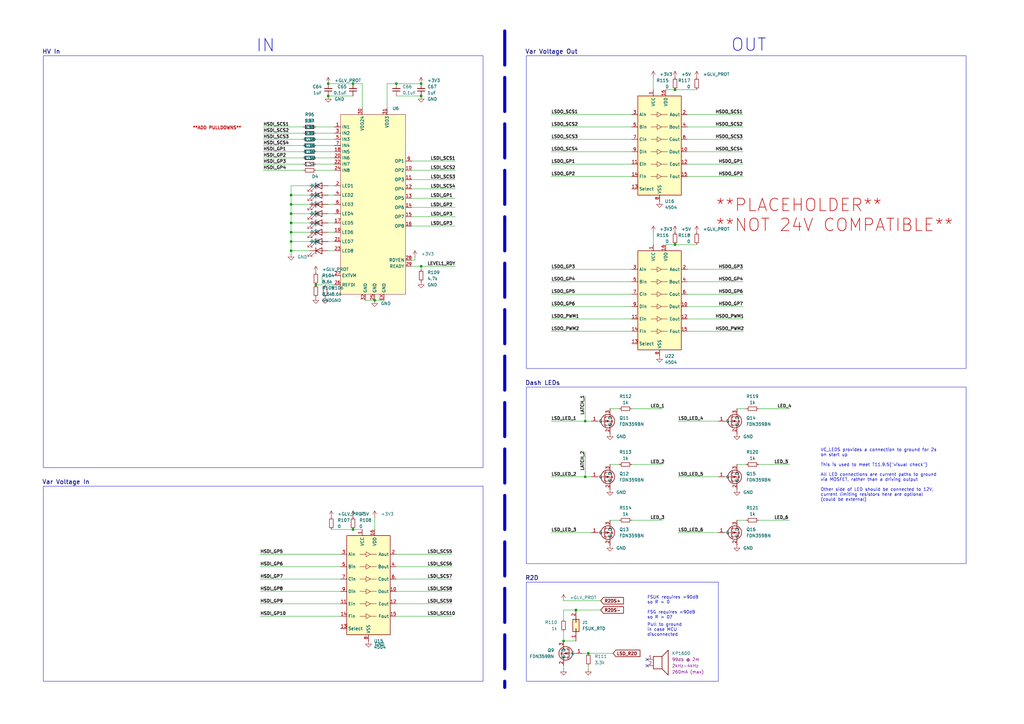
<source format=kicad_sch>
(kicad_sch (version 20250114) (generator "eeschema") (generator_version "9.0")
  (paper "A3")
  (lib_symbols
    (symbol "4xxx:4504"
      (property "Reference" "U" (at -7.62 21.59 0))
      (property "Value" "4504" (at 6.35 21.59 0))
      (symbol "4504_1_1"
        (pin input line (at -11.43 12.7 0) (length 2.54) (name "Ain") (number "3"))
        (pin input line (at -11.43 7.62 0) (length 2.54) (name "Bin") (number "5"))
        (pin input line (at -11.43 2.54 0) (length 2.54) (name "Cin") (number "7"))
        (pin input line (at -11.43 -2.54 0) (length 2.54) (name "Din") (number "9"))
        (pin input line (at -11.43 -7.62 0) (length 2.54) (name "Ein") (number "11"))
        (pin input line (at -11.43 -12.7 0) (length 2.54) (name "Fin") (number "14"))
        (pin input line (at -11.43 -17.78 0) (length 2.54) (name "Select") (number "13"))
        (pin power_in line (at -2.54 22.86 270) (length 2.54) (name "VCC") (number "1"))
        (pin power_in line (at 0 -22.86 90) (length 2.54) (name "VSS") (number "8"))
        (pin power_in line (at 2.54 22.86 270) (length 2.54) (name "VDD") (number "16"))
        (pin output line (at 11.43 12.7 180) (length 2.54) (name "Aout") (number "2"))
        (pin output line (at 11.43 7.62 180) (length 2.54) (name "Bout") (number "4"))
        (pin output line (at 11.43 2.54 180) (length 2.54) (name "Cout") (number "6"))
        (pin output line (at 11.43 -2.54 180) (length 2.54) (name "Dout") (number "10"))
        (pin output line (at 11.43 -7.62 180) (length 2.54) (name "Eout") (number "12"))
        (pin output line (at 11.43 -12.7 180) (length 2.54) (name "Fout") (number "15"))
      )
    )
    (symbol "Connector_Generic:Conn_02x01" (pin_names (offset 1.016) (hide yes))
      (property "Reference" "J" (at 1.27 2.54 0))
      (property "Value" "Conn_02x01" (at 1.27 -2.54 0))
      (symbol "Conn_02x01_1_1"
        (pin passive line (at -5.08 0 0) (length 3.81) (name "Pin_1") (number "1"))
        (pin passive line (at 7.62 0 180) (length 3.81) (name "Pin_2") (number "2"))
      )
    )
    (symbol "Device:C_Small" (pin_numbers (hide yes)) (pin_names (offset 0.254) (hide yes))
      (property "Reference" "C" (at 0.254 1.778 0))
      (property "Value" "C_Small" (at 0.254 -2.032 0))
      (symbol "C_Small_1_1"
        (pin passive line (at 0 2.54 270) (length 2.032) (name "~") (number "1"))
        (pin passive line (at 0 -2.54 90) (length 2.032) (name "~") (number "2"))
      )
    )
    (symbol "Device:LED" (pin_numbers (hide yes)) (pin_names (offset 1.016) (hide yes))
      (property "Reference" "D" (at 0 2.54 0))
      (property "Value" "LED" (at 0 -2.54 0))
      (symbol "LED_1_1"
        (pin passive line (at -3.81 0 0) (length 2.54) (name "K") (number "1"))
        (pin passive line (at 3.81 0 180) (length 2.54) (name "A") (number "2"))
      )
    )
    (symbol "Device:R_Small" (pin_numbers (hide yes)) (pin_names (offset 0.254) (hide yes))
      (property "Reference" "R" (at 0.762 0.508 0))
      (property "Value" "R_Small" (at 0.762 -1.016 0))
      (symbol "R_Small_1_1"
        (pin passive line (at 0 2.54 270) (length 0.762) (name "~") (number "1"))
        (pin passive line (at 0 -2.54 90) (length 0.762) (name "~") (number "2"))
      )
    )
    (symbol "Device:Speaker" (pin_names (offset 0) (hide yes))
      (property "Reference" "LS" (at 1.27 5.715 0))
      (property "Value" "Speaker" (at 1.27 3.81 0))
      (symbol "Speaker_1_1"
        (pin input line (at -5.08 0 0) (length 2.54) (name "1") (number "1"))
        (pin input line (at -5.08 -2.54 0) (length 2.54) (name "2") (number "2"))
      )
    )
    (symbol "SUFST:FDN359BN"
      (property "Reference" "Q" (at 0 0 0))
      (property "Value" "FDN359BN" (at 6.35 3.81 0))
      (symbol "FDN359BN_1_1"
        (pin input line (at -7.62 0 0) (length 2.54) (name "G") (number "1"))
        (pin passive line (at 0 5.08 270) (length 2.54) (name "D") (number "3"))
        (pin passive line (at 0 -5.08 90) (length 2.54) (name "S") (number "2"))
      )
    )
    (symbol "SUFST:MAX22195"
      (property "Reference" "U" (at -1.524 0.508 0))
      (symbol "MAX22195_1_1"
        (pin input line (at -2.54 -5.08 0) (length 2.54) (name "IN1") (number "1"))
        (pin input line (at -2.54 -7.62 0) (length 2.54) (name "IN2") (number "3"))
        (pin input line (at -2.54 -10.16 0) (length 2.54) (name "IN3") (number "5"))
        (pin input line (at -2.54 -12.7 0) (length 2.54) (name "IN4") (number "7"))
        (pin input line (at -2.54 -15.24 0) (length 2.54) (name "IN5") (number "18"))
        (pin input line (at -2.54 -17.78 0) (length 2.54) (name "IN6") (number "20"))
        (pin input line (at -2.54 -20.32 0) (length 2.54) (name "IN7") (number "22"))
        (pin input line (at -2.54 -22.86 0) (length 2.54) (name "IN8") (number "24"))
        (pin output line (at -2.54 -29.21 0) (length 2.54) (name "LED1") (number "2"))
        (pin output line (at -2.54 -33.02 0) (length 2.54) (name "LED2") (number "4"))
        (pin output line (at -2.54 -36.83 0) (length 2.54) (name "LED3") (number "6"))
        (pin output line (at -2.54 -40.64 0) (length 2.54) (name "LED4") (number "8"))
        (pin output line (at -2.54 -44.45 0) (length 2.54) (name "LED5") (number "17"))
        (pin output line (at -2.54 -48.26 0) (length 2.54) (name "LED6") (number "19"))
        (pin output line (at -2.54 -52.07 0) (length 2.54) (name "LED7") (number "21"))
        (pin output line (at -2.54 -55.88 0) (length 2.54) (name "LED8") (number "23"))
        (pin input line (at -2.54 -66.04 0) (length 2.54) (name "EXTVM") (number "27"))
        (pin input line (at -2.54 -69.85 0) (length 2.54) (name "REFDI") (number "26"))
        (pin output line (at 8.89 2.54 270) (length 2.54) (name "VDD24") (number "30"))
        (pin output line (at 10.16 -76.2 90) (length 2.54) (name "GND") (number "32"))
        (pin output line (at 13.97 -76.2 90) (length 2.54) (name "GND") (number "25"))
        (pin output line (at 17.78 -76.2 90) (length 2.54) (name "GND") (number "EX"))
        (pin output line (at 19.05 2.54 270) (length 2.54) (name "VDD3") (number "31"))
        (pin output line (at 29.21 -19.05 180) (length 2.54) (name "OP1") (number "9"))
        (pin output line (at 29.21 -22.86 180) (length 2.54) (name "OP2") (number "10"))
        (pin output line (at 29.21 -26.67 180) (length 2.54) (name "OP3") (number "11"))
        (pin output line (at 29.21 -30.48 180) (length 2.54) (name "OP4") (number "12"))
        (pin output line (at 29.21 -34.29 180) (length 2.54) (name "OP5") (number "13"))
        (pin output line (at 29.21 -38.1 180) (length 2.54) (name "OP6") (number "14"))
        (pin output line (at 29.21 -41.91 180) (length 2.54) (name "OP7") (number "15"))
        (pin output line (at 29.21 -45.72 180) (length 2.54) (name "OP8") (number "16"))
        (pin input line (at 29.21 -59.69 180) (length 2.54) (name "RDYEN") (number "28"))
        (pin output line (at 29.21 -62.23 180) (length 2.54) (name "READY") (number "29"))
      )
    )
    (symbol "power:+12V" (power) (pin_names (offset 0))
      (property "Value" "+12V" (at 0 3.556 0))
      (symbol "+12V_1_1"
        (pin power_in line (at 0 0 90) (length 0) (hide yes) (name "+12V") (number "1"))
      )
    )
    (symbol "power:+3V3" (power) (pin_numbers (hide yes)) (pin_names (offset 0) (hide yes))
      (property "Value" "+3V3" (at 0 3.556 0))
      (symbol "+3V3_1_1"
        (pin power_in line (at 0 0 90) (length 0) (name "~") (number "1"))
      )
    )
    (symbol "power:GND" (power) (pin_numbers (hide yes)) (pin_names (offset 0) (hide yes))
      (property "Value" "GND" (at 0 -3.81 0))
      (symbol "GND_1_1"
        (pin power_in line (at 0 0 270) (length 0) (name "~") (number "1"))
      )
    )
  )
  (rectangle (start 215.9 238.76) (end 294.64 279.4))
  (rectangle (start 215.9 22.86) (end 396.24 151.13))
  (rectangle (start 17.78 199.39) (end 198.12 279.4))
  (rectangle (start 17.78 22.86) (end 198.12 191.77))
  (rectangle (start 215.9 158.75) (end 396.24 231.14))
  (text "**ADD PULLDOWNS**\n" (at 78.994 52.578 0) (effects (font (size 1.27 1.27) (thickness 0.254) (bold yes)) (justify left)))
  (text "OUT" (at 299.72 18.542 0) (effects (font (size 5.08 5.08) (thickness 0.254) (bold yes)) (justify left)))
  (text "IN" (at 104.902 18.796 0) (effects (font (size 5.08 5.08) (thickness 0.254) (bold yes)) (justify left)))
  (text "HV In" (at 17.272 21.336 0) (effects (font (size 1.778 1.778) (thickness 0.254) (bold yes)) (justify left)))
  (text "Pull to ground\nin case MCU\ndisconnected" (at 265.43 261.112 0) (effects (font (size 1.27 1.27)) (justify left bottom)))
  (text "Var Voltage In" (at 17.272 197.866 0) (effects (font (size 1.778 1.778) (thickness 0.254) (bold yes)) (justify left)))
  (text "All LED connections are current paths to ground \nvia MOSFET, rather than a driving output\n\nOther side of LED should be connected to 12V, \ncurrent limiting resistors here are optional \n(could be external)\n" (at 336.55 205.74 0) (effects (font (size 1.27 1.27)) (justify left bottom)))
  (text "R2D\n" (at 215.392 237.236 0) (effects (font (size 1.778 1.778) (thickness 0.254) (bold yes)) (justify left)))
  (text "**PLACEHOLDER**\n**NOT 24V COMPATIBLE**" (at 293.37 88.392 0) (effects (font (size 5.08 5.08) (thickness 0.254) (bold yes)) (justify left)))
  (text "FSUK requires >90dB \nso R = 0\n\nFSG requires <90dB \nso R > 0?" (at 265.43 254 0) (effects (font (size 1.27 1.27)) (justify left bottom)))
  (text "VC_LEDS provides a connection to ground for 2s \non start up\n\nThis is used to meet T11.9.5(\"visual check\")" (at 336.55 191.516 0) (effects (font (size 1.27 1.27)) (justify left bottom)))
  (text "Var Voltage Out" (at 215.392 21.336 0) (effects (font (size 1.778 1.778) (thickness 0.254) (bold yes)) (justify left)))
  (text "Dash LEDs" (at 215.392 157.226 0) (effects (font (size 1.778 1.778) (thickness 0.254) (bold yes)) (justify left)))
  (junction (at 241.3 267.97))
  (junction (at 129.54 116.84))
  (junction (at 172.72 109.22))
  (junction (at 134.62 34.29))
  (junction (at 240.03 195.58))
  (junction (at 119.38 102.87))
  (junction (at 276.86 100.33))
  (junction (at 119.38 95.25))
  (junction (at 119.38 87.63))
  (junction (at 240.03 172.72))
  (junction (at 162.56 34.29))
  (junction (at 119.38 91.44))
  (junction (at 231.14 262.89))
  (junction (at 119.38 83.82))
  (junction (at 276.86 36.83))
  (junction (at 134.62 39.37))
  (junction (at 144.78 34.29))
  (junction (at 153.67 123.19))
  (junction (at 144.78 217.17))
  (junction (at 236.22 250.19))
  (junction (at 172.72 39.37))
  (junction (at 172.72 34.29))
  (junction (at 119.38 80.01))
  (junction (at 119.38 99.06))
  (no_connect (at 265.43 273.05))
  (no_connect (at 265.43 270.51))
  (wire (pts (xy 162.56 252.73) (xy 185.42 252.73)))
  (wire (pts (xy 323.85 167.64) (xy 311.15 167.64)))
  (wire (pts (xy 135.89 217.17) (xy 144.78 217.17)))
  (wire (pts (xy 170.18 106.68) (xy 170.18 105.41)))
  (wire (pts (xy 119.38 83.82) (xy 119.38 87.63)))
  (wire (pts (xy 281.94 52.07) (xy 304.8 52.07)))
  (wire (pts (xy 241.3 267.97) (xy 251.46 267.97)))
  (wire (pts (xy 107.95 59.69) (xy 124.46 59.69)))
  (wire (pts (xy 240.03 185.42) (xy 240.03 195.58)))
  (wire (pts (xy 148.59 44.45) (xy 148.59 34.29)))
  (wire (pts (xy 119.38 95.25) (xy 127 95.25)))
  (wire (pts (xy 231.14 250.19) (xy 236.22 250.19)))
  (wire (pts (xy 162.56 34.29) (xy 172.72 34.29)))
  (wire (pts (xy 281.94 67.31) (xy 304.8 67.31)))
  (wire (pts (xy 281.94 130.81) (xy 304.8 130.81)))
  (wire (pts (xy 226.06 120.65) (xy 259.08 120.65)))
  (wire (pts (xy 107.95 69.85) (xy 124.46 69.85)))
  (wire (pts (xy 323.85 190.5) (xy 311.15 190.5)))
  (wire (pts (xy 134.62 95.25) (xy 137.16 95.25)))
  (wire (pts (xy 106.68 227.33) (xy 139.7 227.33)))
  (wire (pts (xy 231.14 250.19) (xy 231.14 254)))
  (wire (pts (xy 158.75 34.29) (xy 162.56 34.29)))
  (wire (pts (xy 129.54 64.77) (xy 137.16 64.77)))
  (wire (pts (xy 162.56 237.49) (xy 185.42 237.49)))
  (wire (pts (xy 162.56 247.65) (xy 185.42 247.65)))
  (wire (pts (xy 107.95 67.31) (xy 124.46 67.31)))
  (wire (pts (xy 168.91 77.47) (xy 186.69 77.47)))
  (wire (pts (xy 149.86 123.19) (xy 153.67 123.19)))
  (wire (pts (xy 119.38 99.06) (xy 127 99.06)))
  (wire (pts (xy 281.94 125.73) (xy 304.8 125.73)))
  (wire (pts (xy 168.91 109.22) (xy 172.72 109.22)))
  (wire (pts (xy 168.91 85.09) (xy 186.69 85.09)))
  (wire (pts (xy 294.64 218.44) (xy 278.13 218.44)))
  (wire (pts (xy 107.95 52.07) (xy 124.46 52.07)))
  (wire (pts (xy 119.38 87.63) (xy 127 87.63)))
  (wire (pts (xy 226.06 62.23) (xy 259.08 62.23)))
  (wire (pts (xy 119.38 91.44) (xy 119.38 95.25)))
  (wire (pts (xy 106.68 247.65) (xy 139.7 247.65)))
  (wire (pts (xy 241.3 267.97) (xy 238.76 267.97)))
  (wire (pts (xy 231.14 262.89) (xy 236.22 262.89)))
  (wire (pts (xy 259.08 167.64) (xy 271.78 167.64)))
  (wire (pts (xy 129.54 116.84) (xy 132.08 116.84)))
  (wire (pts (xy 226.06 67.31) (xy 259.08 67.31)))
  (wire (pts (xy 107.95 57.15) (xy 124.46 57.15)))
  (wire (pts (xy 106.68 252.73) (xy 139.7 252.73)))
  (wire (pts (xy 162.56 227.33) (xy 185.42 227.33)))
  (wire (pts (xy 281.94 72.39) (xy 304.8 72.39)))
  (wire (pts (xy 132.08 116.84) (xy 132.08 113.03)))
  (wire (pts (xy 153.67 212.09) (xy 153.67 217.17)))
  (wire (pts (xy 134.62 83.82) (xy 137.16 83.82)))
  (wire (pts (xy 132.08 113.03) (xy 137.16 113.03)))
  (polyline (pts (xy 207.01 12.7) (xy 207.01 281.94)) (stroke (width 1.27) (type dash) (color 0 0 194 1)))
  (wire (pts (xy 134.62 87.63) (xy 137.16 87.63)))
  (wire (pts (xy 119.38 95.25) (xy 119.38 99.06)))
  (wire (pts (xy 306.07 190.5) (xy 302.26 190.5)))
  (wire (pts (xy 134.62 76.2) (xy 137.16 76.2)))
  (wire (pts (xy 134.62 99.06) (xy 137.16 99.06)))
  (wire (pts (xy 241.3 273.05) (xy 241.3 274.32)))
  (wire (pts (xy 281.94 57.15) (xy 304.8 57.15)))
  (wire (pts (xy 273.05 36.83) (xy 276.86 36.83)))
  (wire (pts (xy 246.38 246.38) (xy 231.14 246.38)))
  (wire (pts (xy 271.78 190.5) (xy 259.08 190.5)))
  (wire (pts (xy 144.78 34.29) (xy 134.62 34.29)))
  (wire (pts (xy 267.97 95.25) (xy 267.97 100.33)))
  (wire (pts (xy 172.72 109.22) (xy 186.69 109.22)))
  (wire (pts (xy 294.64 172.72) (xy 278.13 172.72)))
  (wire (pts (xy 168.91 73.66) (xy 186.69 73.66)))
  (wire (pts (xy 226.06 46.99) (xy 259.08 46.99)))
  (wire (pts (xy 323.85 213.36) (xy 311.15 213.36)))
  (wire (pts (xy 133.35 116.84) (xy 137.16 116.84)))
  (wire (pts (xy 119.38 102.87) (xy 127 102.87)))
  (wire (pts (xy 148.59 34.29) (xy 144.78 34.29)))
  (wire (pts (xy 226.06 72.39) (xy 259.08 72.39)))
  (wire (pts (xy 226.06 195.58) (xy 240.03 195.58)))
  (wire (pts (xy 281.94 120.65) (xy 304.8 120.65)))
  (wire (pts (xy 271.78 213.36) (xy 259.08 213.36)))
  (wire (pts (xy 281.94 110.49) (xy 304.8 110.49)))
  (wire (pts (xy 144.78 39.37) (xy 134.62 39.37)))
  (wire (pts (xy 162.56 232.41) (xy 185.42 232.41)))
  (wire (pts (xy 281.94 135.89) (xy 304.8 135.89)))
  (wire (pts (xy 127 76.2) (xy 119.38 76.2)))
  (wire (pts (xy 153.67 123.19) (xy 157.48 123.19)))
  (wire (pts (xy 162.56 242.57) (xy 185.42 242.57)))
  (wire (pts (xy 119.38 83.82) (xy 127 83.82)))
  (wire (pts (xy 267.97 31.75) (xy 267.97 36.83)))
  (wire (pts (xy 106.68 242.57) (xy 139.7 242.57)))
  (wire (pts (xy 107.95 64.77) (xy 124.46 64.77)))
  (wire (pts (xy 281.94 115.57) (xy 304.8 115.57)))
  (wire (pts (xy 134.62 91.44) (xy 137.16 91.44)))
  (wire (pts (xy 226.06 115.57) (xy 259.08 115.57)))
  (wire (pts (xy 158.75 44.45) (xy 158.75 34.29)))
  (wire (pts (xy 129.54 52.07) (xy 137.16 52.07)))
  (wire (pts (xy 107.95 62.23) (xy 124.46 62.23)))
  (wire (pts (xy 273.05 100.33) (xy 276.86 100.33)))
  (wire (pts (xy 119.38 76.2) (xy 119.38 80.01)))
  (wire (pts (xy 226.06 52.07) (xy 259.08 52.07)))
  (wire (pts (xy 254 190.5) (xy 250.19 190.5)))
  (wire (pts (xy 129.54 57.15) (xy 137.16 57.15)))
  (wire (pts (xy 168.91 106.68) (xy 170.18 106.68)))
  (wire (pts (xy 231.14 259.08) (xy 231.14 262.89)))
  (wire (pts (xy 106.68 237.49) (xy 139.7 237.49)))
  (wire (pts (xy 119.38 87.63) (xy 119.38 91.44)))
  (wire (pts (xy 285.75 100.33) (xy 276.86 100.33)))
  (wire (pts (xy 306.07 213.36) (xy 302.26 213.36)))
  (wire (pts (xy 129.54 67.31) (xy 137.16 67.31)))
  (wire (pts (xy 129.54 62.23) (xy 137.16 62.23)))
  (wire (pts (xy 119.38 80.01) (xy 119.38 83.82)))
  (wire (pts (xy 119.38 102.87) (xy 119.38 104.14)))
  (wire (pts (xy 172.72 110.49) (xy 172.72 109.22)))
  (wire (pts (xy 226.06 130.81) (xy 259.08 130.81)))
  (wire (pts (xy 129.54 69.85) (xy 137.16 69.85)))
  (wire (pts (xy 107.95 54.61) (xy 124.46 54.61)))
  (wire (pts (xy 242.57 172.72) (xy 240.03 172.72)))
  (wire (pts (xy 168.91 69.85) (xy 186.69 69.85)))
  (wire (pts (xy 226.06 57.15) (xy 259.08 57.15)))
  (wire (pts (xy 231.14 273.05) (xy 231.14 274.32)))
  (wire (pts (xy 242.57 195.58) (xy 240.03 195.58)))
  (wire (pts (xy 144.78 217.17) (xy 148.59 217.17)))
  (wire (pts (xy 240.03 162.56) (xy 240.03 172.72)))
  (wire (pts (xy 226.06 110.49) (xy 259.08 110.49)))
  (wire (pts (xy 106.68 232.41) (xy 139.7 232.41)))
  (wire (pts (xy 254 213.36) (xy 250.19 213.36)))
  (wire (pts (xy 242.57 218.44) (xy 226.06 218.44)))
  (wire (pts (xy 129.54 54.61) (xy 137.16 54.61)))
  (wire (pts (xy 281.94 46.99) (xy 304.8 46.99)))
  (wire (pts (xy 119.38 80.01) (xy 127 80.01)))
  (wire (pts (xy 281.94 62.23) (xy 304.8 62.23)))
  (wire (pts (xy 134.62 80.01) (xy 137.16 80.01)))
  (wire (pts (xy 306.07 167.64) (xy 302.26 167.64)))
  (wire (pts (xy 226.06 172.72) (xy 240.03 172.72)))
  (wire (pts (xy 162.56 39.37) (xy 172.72 39.37)))
  (wire (pts (xy 168.91 81.28) (xy 186.69 81.28)))
  (wire (pts (xy 168.91 88.9) (xy 186.69 88.9)))
  (wire (pts (xy 285.75 36.83) (xy 276.86 36.83)))
  (wire (pts (xy 226.06 135.89) (xy 259.08 135.89)))
  (wire (pts (xy 226.06 125.73) (xy 259.08 125.73)))
  (wire (pts (xy 134.62 102.87) (xy 137.16 102.87)))
  (wire (pts (xy 119.38 99.06) (xy 119.38 102.87)))
  (wire (pts (xy 236.22 250.19) (xy 246.38 250.19)))
  (wire (pts (xy 168.91 66.04) (xy 186.69 66.04)))
  (wire (pts (xy 294.64 195.58) (xy 278.13 195.58)))
  (wire (pts (xy 119.38 91.44) (xy 127 91.44)))
  (wire (pts (xy 129.54 59.69) (xy 137.16 59.69)))
  (wire (pts (xy 254 167.64) (xy 250.19 167.64)))
  (wire (pts (xy 168.91 92.71) (xy 186.69 92.71)))
  (label "LSDI_SCS1" (at 176.53 66.04 0) (effects (font (thickness 0.254) (bold yes))))
  (label "LED_4" (at 318.77 167.64 0) (effects (font (thickness 0.254) (bold yes))))
  (label "LSDO_GP2" (at 226.06 72.39 0) (effects (font (thickness 0.254) (bold yes))))
  (label "LSDO_SCS3" (at 226.06 57.15 0) (effects (font (thickness 0.254) (bold yes))))
  (label "HSDI_GP4" (at 107.95 69.85 0) (effects (font (thickness 0.254) (bold yes))))
  (label "HSDI_GP2" (at 107.95 64.77 0) (effects (font (thickness 0.254) (bold yes))))
  (label "LSDI_SCS9" (at 175.26 247.65 0) (effects (font (thickness 0.254) (bold yes))))
  (label "LSDO_SCS2" (at 226.06 52.07 0) (effects (font (thickness 0.254) (bold yes))))
  (label "LSDO_GP5" (at 226.06 120.65 0) (effects (font (thickness 0.254) (bold yes))))
  (label "HSDO_GP1" (at 294.64 67.31 0) (effects (font (thickness 0.254) (bold yes))))
  (label "LSDO_SCS4" (at 226.06 62.23 0) (effects (font (thickness 0.254) (bold yes))))
  (label "LSDI_SCS10" (at 175.26 252.73 0) (effects (font (thickness 0.254) (bold yes))))
  (label "LSD_LED_2" (at 226.06 195.58 0) (effects (font (thickness 0.254) (bold yes))))
  (label "HSDO_PWM1" (at 293.37 130.81 0) (effects (font (thickness 0.254) (bold yes))))
  (label "HSDO_SCS2" (at 293.37 52.07 0) (effects (font (thickness 0.254) (bold yes))))
  (label "HSDO_SCS4" (at 293.37 62.23 0) (effects (font (thickness 0.254) (bold yes))))
  (label "LEVEL1_RDY" (at 175.26 109.22 0) (effects (font (thickness 0.254) (bold yes))))
  (label "LSD_LED_1" (at 226.06 172.72 0) (effects (font (thickness 0.254) (bold yes))))
  (label "HSDI_GP3" (at 107.95 67.31 0) (effects (font (thickness 0.254) (bold yes))))
  (label "LSDI_SCS4" (at 176.53 77.47 0) (effects (font (thickness 0.254) (bold yes))))
  (label "HSDI_GP5" (at 106.68 227.33 0) (effects (font (thickness 0.254) (bold yes))))
  (label "HSDI_GP6" (at 106.68 232.41 0) (effects (font (thickness 0.254) (bold yes))))
  (label "HSDI_SCS2" (at 107.95 54.61 0) (effects (font (thickness 0.254) (bold yes))))
  (label "HSDO_SCS1" (at 293.37 46.99 0) (effects (font (thickness 0.254) (bold yes))))
  (label "LSDI_GP3" (at 176.53 92.71 0) (effects (font (thickness 0.254) (bold yes))))
  (label "LSD_LED_4" (at 278.13 172.72 0) (effects (font (thickness 0.254) (bold yes))))
  (label "LSDI_SCS8" (at 175.26 242.57 0) (effects (font (thickness 0.254) (bold yes))))
  (label "LSD_LED_3" (at 226.06 218.44 0) (effects (font (thickness 0.254) (bold yes))))
  (label "LED_5" (at 317.5 190.5 0) (effects (font (thickness 0.254) (bold yes))))
  (label "HSDO_GP7" (at 294.64 125.73 0) (effects (font (thickness 0.254) (bold yes))))
  (label "HSDO_PWM2" (at 293.37 135.89 0) (effects (font (thickness 0.254) (bold yes))))
  (label "HSDI_GP10" (at 106.68 252.73 0) (effects (font (thickness 0.254) (bold yes))))
  (label "LSDI_GP1" (at 176.53 81.28 0) (effects (font (thickness 0.254) (bold yes))))
  (label "LSDI_SCS7" (at 175.26 237.49 0) (effects (font (thickness 0.254) (bold yes))))
  (label "LATCH_2" (at 240.03 193.04 90) (effects (font (thickness 0.254) (bold yes))))
  (label "HSDI_GP9" (at 106.68 247.65 0) (effects (font (thickness 0.254) (bold yes))))
  (label "LSDO_SCS1" (at 226.06 46.99 0) (effects (font (thickness 0.254) (bold yes))))
  (label "LATCH_1" (at 240.03 170.18 90) (effects (font (thickness 0.254) (bold yes))))
  (label "LED_2" (at 266.7 190.5 0) (effects (font (thickness 0.254) (bold yes))))
  (label "HSDI_GP8" (at 106.68 242.57 0) (effects (font (thickness 0.254) (bold yes))))
  (label "LSD_LED_5" (at 278.13 195.58 0) (effects (font (thickness 0.254) (bold yes))))
  (label "LSDI_SCS2" (at 176.53 69.85 0) (effects (font (thickness 0.254) (bold yes))))
  (label "LSDI_GP3" (at 176.53 88.9 0) (effects (font (thickness 0.254) (bold yes))))
  (label "LSDO_GP6" (at 226.06 125.73 0) (effects (font (thickness 0.254) (bold yes))))
  (label "LSDO_PWM1" (at 226.06 130.81 0) (effects (font (thickness 0.254) (bold yes))))
  (label "LSD_LED_6" (at 278.13 218.44 0) (effects (font (thickness 0.254) (bold yes))))
  (label "HSDI_SCS3" (at 107.95 57.15 0) (effects (font (thickness 0.254) (bold yes))))
  (label "HSDI_SCS1" (at 107.95 52.07 0) (effects (font (thickness 0.254) (bold yes))))
  (label "LSDI_SCS5" (at 175.26 227.33 0) (effects (font (thickness 0.254) (bold yes))))
  (label "LSDI_SCS3" (at 176.53 73.66 0) (effects (font (thickness 0.254) (bold yes))))
  (label "HSDI_GP7" (at 106.68 237.49 0) (effects (font (thickness 0.254) (bold yes))))
  (label "HSDI_SCS4" (at 107.95 59.69 0) (effects (font (thickness 0.254) (bold yes))))
  (label "LED_3" (at 266.7 213.36 0) (effects (font (thickness 0.254) (bold yes))))
  (label "LSDO_PWM2" (at 226.06 135.89 0) (effects (font (thickness 0.254) (bold yes))))
  (label "LSDI_SCS6" (at 175.26 232.41 0) (effects (font (thickness 0.254) (bold yes))))
  (label "LSDO_GP1" (at 226.06 67.31 0) (effects (font (thickness 0.254) (bold yes))))
  (label "LED_6" (at 317.5 213.36 0) (effects (font (thickness 0.254) (bold yes))))
  (label "HSDO_GP4" (at 294.64 115.57 0) (effects (font (thickness 0.254) (bold yes))))
  (label "LSDO_GP4" (at 226.06 115.57 0) (effects (font (thickness 0.254) (bold yes))))
  (label "HSDO_GP6" (at 294.64 120.65 0) (effects (font (thickness 0.254) (bold yes))))
  (label "LED_1" (at 266.7 167.64 0) (effects (font (thickness 0.254) (bold yes))))
  (label "LSDI_GP2" (at 176.53 85.09 0) (effects (font (thickness 0.254) (bold yes))))
  (label "HSDO_SCS3" (at 293.37 57.15 0) (effects (font (thickness 0.254) (bold yes))))
  (label "HSDI_GP1" (at 107.95 62.23 0) (effects (font (thickness 0.254) (bold yes))))
  (label "LSDO_GP3" (at 226.06 110.49 0) (effects (font (thickness 0.254) (bold yes))))
  (label "HSDO_GP2" (at 294.64 72.39 0) (effects (font (thickness 0.254) (bold yes))))
  (label "HSDO_GP3" (at 294.64 110.49 0) (effects (font (thickness 0.254) (bold yes))))
  (global_label "LSD_R2D" (shape input) (at 251.46 267.97 0) (effects (font (thickness 0.254) (bold yes))) (property "Intersheetrefs" "${INTERSHEET_REFS}" (effects (hide yes))))
  (global_label "R2DS+" (shape input) (at 246.38 246.38 0) (effects (font (thickness 0.254) (bold yes))) (property "Intersheetrefs" "${INTERSHEET_REFS}" (effects (hide yes))))
  (global_label "R2DS-" (shape input) (at 246.38 250.19 0) (effects (font (thickness 0.254) (bold yes))) (property "Intersheetrefs" "${INTERSHEET_REFS}" (effects (hide yes))))
  (symbol (lib_id "Device:R_Small") (at 241.3 270.51 180) (unit 1) (in_bom no) (on_board no)
    (property "Reference" "R111" (at 243.84 269.2399 0) (effects (justify right)))
    (property "Value" "3.3k" (at 243.84 271.7799 0) (effects (justify right)))
    (property "Footprint" "Resistor_SMD:R_0402_1005Metric" (effects (hide yes)))
    (property "Supplier" "Mouser" (effects (hide yes)))
    (property "Optional" "True" (effects (hide yes)))
  )
  (symbol (lib_id "SUFST:FDN359BN") (at 250.19 218.44 0) (unit 1) (in_bom no) (on_board no)
    (property "Reference" "Q13" (at 254 217.1699 0) (effects (justify left)))
    (property "Value" "FDN359BN" (at 254 219.7099 0) (effects (justify left)))
    (property "Footprint" "Package_TO_SOT_SMD:SOT-23_Handsoldering" (effects (hide yes)))
    (property "Datasheet" "https://www.onsemi.com/download/data-sheet/pdf/fdn359bn-d.pdf" (effects (hide yes)))
    (property "Supplier" "Mouser" (effects (hide yes)))
    (property "Order Code" "512-FDN359BN" (effects (hide yes)))
    (property "Optional" "False" (effects (hide yes)))
  )
  (symbol (lib_id "Device:R_Small") (at 308.61 167.64 90) (mirror x) (unit 1) (in_bom no) (on_board no)
    (property "Reference" "R119" (at 308.61 162.56 90))
    (property "Value" "1k" (at 308.61 165.1 90))
    (property "Footprint" "Resistor_SMD:R_0402_1005Metric" (effects (hide yes)))
    (property "Optional" "False" (effects (hide yes)))
    (property "Supplier" "Mouser" (effects (hide yes)))
  )
  (symbol (lib_id "Device:Speaker") (at 270.51 270.51 0) (unit 1) (in_bom no) (on_board no)
    (property "Reference" "#SP2" (effects (hide yes)))
    (property "Value" "KP1600" (at 275.59 267.9699 0) (effects (justify left)))
    (property "Notes" "99db @ 2m" (at 275.59 270.5099 0) (effects (justify left)))
    (property "Freq" "2kHz-4kHz" (at 275.59 273.0499 0) (effects (justify left)))
    (property "Current" "260mA (max)" (at 275.59 275.5899 0) (effects (justify left)))
  )
  (symbol (lib_id "Device:R_Small") (at 144.78 214.63 180) (unit 1) (in_bom no) (on_board no)
    (property "Reference" "R108" (at 147.32 213.3599 0) (effects (justify right)))
    (property "Value" "0" (at 147.32 215.8999 0) (effects (justify right)))
    (property "Footprint" "Resistor_SMD:R_0402_1005Metric" (effects (hide yes)))
    (property "Optional" "False" (effects (hide yes)))
    (property "Supplier" "Mouser" (effects (hide yes)))
  )
  (symbol (lib_id "power:GND") (at 241.3 274.32 0) (mirror y) (unit 1) (in_bom no) (on_board no)
    (property "Reference" "#PWR0170" (effects (hide yes)))
    (property "Value" "GND" (effects (hide yes)))
  )
  (symbol (lib_id "SUFST:FDN359BN") (at 302.26 195.58 0) (unit 1) (in_bom no) (on_board no)
    (property "Reference" "Q15" (at 306.07 194.3099 0) (effects (justify left)))
    (property "Value" "FDN359BN" (at 306.07 196.8499 0) (effects (justify left)))
    (property "Footprint" "Package_TO_SOT_SMD:SOT-23_Handsoldering" (effects (hide yes)))
    (property "Datasheet" "https://www.onsemi.com/download/data-sheet/pdf/fdn359bn-d.pdf" (effects (hide yes)))
    (property "Supplier" "Mouser" (effects (hide yes)))
    (property "Order Code" "512-FDN359BN" (effects (hide yes)))
    (property "Optional" "False" (effects (hide yes)))
  )
  (symbol (lib_id "SUFST:FDN359BN") (at 231.14 267.97 0) (mirror y) (unit 1) (in_bom no) (on_board no)
    (property "Reference" "Q9" (at 227.33 266.6999 0) (effects (justify left)))
    (property "Value" "FDN359BN" (at 227.33 269.2399 0) (effects (justify left)))
    (property "Footprint" "Package_TO_SOT_SMD:SOT-23_Handsoldering" (effects (hide yes)))
    (property "Datasheet" "https://www.onsemi.com/download/data-sheet/pdf/fdn359bn-d.pdf" (effects (hide yes)))
    (property "Supplier" "Mouser" (effects (hide yes)))
    (property "Order Code" "512-FDN359BN" (effects (hide yes)))
    (property "Optional" "False" (effects (hide yes)))
  )
  (symbol (lib_id "Device:R_Small") (at 127 54.61 270) (unit 1) (in_bom no) (on_board no)
    (property "Reference" "R97" (at 127 49.53 90))
    (property "Value" "1.5k" (at 127 52.07 90))
    (property "Footprint" "Resistor_SMD:R_0402_1005Metric" (effects (hide yes)))
    (property "Optional" "False" (effects (hide yes)))
    (property "Supplier" "Mouser" (effects (hide yes)))
  )
  (symbol (lib_id "Connector_Generic:Conn_02x01") (at 236.22 257.81 90) (unit 1) (in_bom no) (on_board no)
    (property "Reference" "J1" (at 238.76 255.2699 90) (effects (justify right)))
    (property "Value" "FSUK_RTD" (at 238.76 257.8099 90) (effects (justify right)))
    (property "Footprint" "Connector_PinHeader_2.54mm:PinHeader_1x02_P2.54mm_Vertical" (effects (hide yes)))
  )
  (symbol (lib_id "SUFST:MAX22195") (at 139.7 46.99 0) (unit 1) (in_bom no) (on_board no)
    (property "Reference" "U6" (at 160.8933 44.45 0) (effects (justify left)))
    (property "Footprint" "Package_DFN_QFN:TQFN-32-1EP_5x5mm_P0.5mm_EP3.1x3.1mm_ThermalVias" (effects (hide yes)))
    (property "Datasheet" "https://www.analog.com/media/en/technical-documentation/data-sheets/MAX22195.pdf" (effects (hide yes)))
    (property "Description" "Interface - Specialised High speed Octal Industrial Digital Input, 24V Tolerant" (effects (hide yes)))
  )
  (symbol (lib_id "power:+3V3") (at 153.67 212.09 0) (unit 1) (in_bom no) (on_board no)
    (property "Reference" "#PWR0163" (effects (hide yes)))
    (property "Value" "+3V3" (at 156.21 210.8199 0) (effects (justify left)))
    (property "Description" "Power symbol creates a global label with name \"+3V3\"" (effects (hide yes)))
  )
  (symbol (lib_id "Device:LED") (at 130.81 102.87 0) (unit 1) (in_bom no) (on_board no)
    (property "Reference" "D28" (at 129.2225 99.06 0))
    (property "Value" "LED" (effects (hide yes)))
    (property "Footprint" "LED_SMD:LED_0402_1005Metric" (effects (hide yes)))
    (property "Description" "Light emitting diode" (effects (hide yes)))
    (property "Sim.Pins" "1=K 2=A" (effects (hide yes)))
  )
  (symbol (lib_id "Device:R_Small") (at 127 69.85 270) (unit 1) (in_bom no) (on_board no)
    (property "Reference" "R103" (at 127 64.77 90))
    (property "Value" "1.5k" (at 127 67.31 90))
    (property "Footprint" "Resistor_SMD:R_0402_1005Metric" (effects (hide yes)))
    (property "Optional" "False" (effects (hide yes)))
    (property "Supplier" "Mouser" (effects (hide yes)))
  )
  (symbol (lib_id "Device:C_Small") (at 172.72 36.83 180) (unit 1) (in_bom no) (on_board no)
    (property "Reference" "C67" (at 175.26 35.5535 0) (effects (justify right)))
    (property "Value" "1uF" (at 175.26 38.0935 0) (effects (justify right)))
    (property "Footprint" "Capacitor_SMD:C_0402_1005Metric" (effects (hide yes)))
  )
  (symbol (lib_id "power:+3V3") (at 285.75 95.25 0) (mirror y) (unit 1) (in_bom no) (on_board no)
    (property "Reference" "#PWR0181" (effects (hide yes)))
    (property "Value" "+GLV_PROT" (at 288.29 93.9799 0) (effects (justify right)))
    (property "Description" "Power symbol creates a global label with name \"+3V3\"" (effects (hide yes)))
  )
  (symbol (lib_id "4xxx:4504") (at 270.51 123.19 0) (unit 1) (in_bom no) (on_board no)
    (property "Reference" "U22" (at 272.6533 146.05 0) (effects (justify left)))
    (property "Value" "4504" (at 272.6533 148.59 0) (effects (justify left)))
    (property "Footprint" "Package_SO:SOIC-16W_5.3x10.2mm_P1.27mm" (effects (hide yes)))
    (property "Datasheet" "http://www.ti.com/lit/ds/symlink/cd4504b.pdf" (effects (hide yes)))
    (property "Description" "CMOS Hex Voltage-Level Shifter for TTL-to-CMOS or CMOS-to-CMOS, DIP-16/SOIC-16/TSSOP-16" (effects (hide yes)))
  )
  (symbol (lib_id "Device:LED") (at 130.81 80.01 0) (unit 1) (in_bom no) (on_board no)
    (property "Reference" "D22" (at 129.2225 76.2 0))
    (property "Value" "LED" (effects (hide yes)))
    (property "Footprint" "LED_SMD:LED_0402_1005Metric" (effects (hide yes)))
    (property "Description" "Light emitting diode" (effects (hide yes)))
    (property "Sim.Pins" "1=K 2=A" (effects (hide yes)))
  )
  (symbol (lib_id "power:GND") (at 151.13 262.89 0) (unit 1) (in_bom no) (on_board no)
    (property "Reference" "#PWR0161" (effects (hide yes)))
    (property "Value" "GND" (at 153.67 264.1599 0) (effects (justify left)))
    (property "Description" "Power symbol creates a global label with name \"GND\" , ground" (effects (hide yes)))
  )
  (symbol (lib_id "power:GND") (at 134.62 39.37 0) (mirror y) (unit 1) (in_bom no) (on_board no)
    (property "Reference" "#PWR0158" (effects (hide yes)))
    (property "Value" "GND" (at 137.16 40.6399 0) (effects (justify right)))
    (property "Description" "Power symbol creates a global label with name \"GND\" , ground" (effects (hide yes)))
  )
  (symbol (lib_id "Device:R_Small") (at 256.54 167.64 90) (mirror x) (unit 1) (in_bom no) (on_board no)
    (property "Reference" "R112" (at 256.54 162.56 90))
    (property "Value" "1k" (at 256.54 165.1 90))
    (property "Footprint" "Resistor_SMD:R_0402_1005Metric" (effects (hide yes)))
    (property "Optional" "False" (effects (hide yes)))
    (property "Supplier" "Mouser" (effects (hide yes)))
  )
  (symbol (lib_id "Device:R_Small") (at 256.54 190.5 90) (mirror x) (unit 1) (in_bom no) (on_board no)
    (property "Reference" "R113" (at 256.54 185.42 90))
    (property "Value" "1k" (at 256.54 187.96 90))
    (property "Footprint" "Resistor_SMD:R_0402_1005Metric" (effects (hide yes)))
    (property "Optional" "False" (effects (hide yes)))
    (property "Supplier" "Mouser" (effects (hide yes)))
  )
  (symbol (lib_id "power:GND") (at 231.14 274.32 0) (mirror y) (unit 1) (in_bom no) (on_board no)
    (property "Reference" "#PWR0169" (effects (hide yes)))
    (property "Value" "GND" (effects (hide yes)))
  )
  (symbol (lib_id "Device:C_Small") (at 134.62 36.83 0) (mirror x) (unit 1) (in_bom no) (on_board no)
    (property "Reference" "C64" (at 132.08 35.5535 0) (effects (justify right)))
    (property "Value" "1uF" (at 132.08 38.0935 0) (effects (justify right)))
    (property "Footprint" "Capacitor_SMD:C_0402_1005Metric" (effects (hide yes)))
  )
  (symbol (lib_id "SUFST:FDN359BN") (at 302.26 218.44 0) (unit 1) (in_bom no) (on_board no)
    (property "Reference" "Q16" (at 306.07 217.1699 0) (effects (justify left)))
    (property "Value" "FDN359BN" (at 306.07 219.7099 0) (effects (justify left)))
    (property "Footprint" "Package_TO_SOT_SMD:SOT-23_Handsoldering" (effects (hide yes)))
    (property "Datasheet" "https://www.onsemi.com/download/data-sheet/pdf/fdn359bn-d.pdf" (effects (hide yes)))
    (property "Supplier" "Mouser" (effects (hide yes)))
    (property "Order Code" "512-FDN359BN" (effects (hide yes)))
    (property "Optional" "False" (effects (hide yes)))
  )
  (symbol (lib_id "power:GND") (at 172.72 39.37 0) (unit 1) (in_bom no) (on_board no)
    (property "Reference" "#PWR0166" (effects (hide yes)))
    (property "Value" "GND" (at 175.26 40.6399 0) (effects (justify left)))
    (property "Description" "Power symbol creates a global label with name \"GND\" , ground" (effects (hide yes)))
  )
  (symbol (lib_id "power:+3V3") (at 170.18 105.41 0) (unit 1) (in_bom no) (on_board no)
    (property "Reference" "#PWR0164" (effects (hide yes)))
    (property "Value" "+3V3" (at 172.72 104.1399 0) (effects (justify left)))
    (property "Description" "Power symbol creates a global label with name \"+3V3\"" (effects (hide yes)))
  )
  (symbol (lib_id "Device:R_Small") (at 285.75 97.79 0) (mirror x) (unit 1) (in_bom no) (on_board no)
    (property "Reference" "R118" (at 283.21 96.5199 0) (effects (justify right)))
    (property "Value" "0" (at 283.21 99.0599 0) (effects (justify right)))
    (property "Footprint" "Resistor_SMD:R_0402_1005Metric" (effects (hide yes)))
    (property "Optional" "False" (effects (hide yes)))
    (property "Supplier" "Mouser" (effects (hide yes)))
  )
  (symbol (lib_id "Device:R_Small") (at 172.72 113.03 180) (unit 1) (in_bom no) (on_board no)
    (property "Reference" "R109" (at 175.26 111.7599 0) (effects (justify right)))
    (property "Value" "4.7k" (at 175.26 114.2999 0) (effects (justify right)))
    (property "Footprint" "Resistor_SMD:R_0402_1005Metric" (effects (hide yes)))
    (property "Optional" "False" (effects (hide yes)))
    (property "Supplier" "Mouser" (effects (hide yes)))
  )
  (symbol (lib_id "Device:LED") (at 130.81 91.44 0) (unit 1) (in_bom no) (on_board no)
    (property "Reference" "D25" (at 129.2225 87.63 0))
    (property "Value" "LED" (effects (hide yes)))
    (property "Footprint" "LED_SMD:LED_0402_1005Metric" (effects (hide yes)))
    (property "Description" "Light emitting diode" (effects (hide yes)))
    (property "Sim.Pins" "1=K 2=A" (effects (hide yes)))
  )
  (symbol (lib_id "SUFST:FDN359BN") (at 302.26 172.72 0) (unit 1) (in_bom no) (on_board no)
    (property "Reference" "Q14" (at 306.07 171.4499 0) (effects (justify left)))
    (property "Value" "FDN359BN" (at 306.07 173.9899 0) (effects (justify left)))
    (property "Footprint" "Package_TO_SOT_SMD:SOT-23_Handsoldering" (effects (hide yes)))
    (property "Datasheet" "https://www.onsemi.com/download/data-sheet/pdf/fdn359bn-d.pdf" (effects (hide yes)))
    (property "Supplier" "Mouser" (effects (hide yes)))
    (property "Order Code" "512-FDN359BN" (effects (hide yes)))
    (property "Optional" "False" (effects (hide yes)))
  )
  (symbol (lib_id "power:GND") (at 119.38 104.14 0) (unit 1) (in_bom no) (on_board no)
    (property "Reference" "#PWR0153" (effects (hide yes)))
    (property "Value" "GND" (at 121.92 105.4099 0) (effects (justify left)))
    (property "Description" "Power symbol creates a global label with name \"GND\" , ground" (effects (hide yes)))
  )
  (symbol (lib_id "power:+3V3") (at 135.89 212.09 0) (unit 1) (in_bom no) (on_board no)
    (property "Reference" "#PWR0159" (effects (hide yes)))
    (property "Value" "+GLV_PROT" (at 138.43 210.8199 0) (effects (justify left)))
    (property "Description" "Power symbol creates a global label with name \"+3V3\"" (effects (hide yes)))
  )
  (symbol (lib_id "Device:R_Small") (at 135.89 214.63 180) (unit 1) (in_bom no) (on_board no)
    (property "Reference" "R107" (at 138.43 213.3599 0) (effects (justify right)))
    (property "Value" "0" (at 138.43 215.8999 0) (effects (justify right)))
    (property "Footprint" "Resistor_SMD:R_0402_1005Metric" (effects (hide yes)))
    (property "Optional" "False" (effects (hide yes)))
    (property "Supplier" "Mouser" (effects (hide yes)))
  )
  (symbol (lib_id "Device:R_Small") (at 127 59.69 270) (unit 1) (in_bom no) (on_board no)
    (property "Reference" "R99" (at 127 54.61 90))
    (property "Value" "1.5k" (at 127 57.15 90))
    (property "Footprint" "Resistor_SMD:R_0402_1005Metric" (effects (hide yes)))
    (property "Optional" "False" (effects (hide yes)))
    (property "Supplier" "Mouser" (effects (hide yes)))
  )
  (symbol (lib_id "power:+3V3") (at 285.75 31.75 0) (mirror y) (unit 1) (in_bom no) (on_board no)
    (property "Reference" "#PWR0180" (effects (hide yes)))
    (property "Value" "+GLV_PROT" (at 288.29 30.4799 0) (effects (justify right)))
    (property "Description" "Power symbol creates a global label with name \"+3V3\"" (effects (hide yes)))
  )
  (symbol (lib_id "Device:C_Small") (at 162.56 36.83 180) (unit 1) (in_bom no) (on_board no)
    (property "Reference" "C66" (at 165.1 35.5535 0) (effects (justify right)))
    (property "Value" "0.1uF" (at 165.1 38.0935 0) (effects (justify right)))
    (property "Footprint" "Capacitor_SMD:C_0402_1005Metric" (effects (hide yes)))
  )
  (symbol (lib_id "power:GND") (at 302.26 223.52 0) (mirror y) (unit 1) (in_bom no) (on_board no)
    (property "Reference" "#PWR0184" (effects (hide yes)))
    (property "Value" "GND" (at 304.8 224.7899 0) (effects (justify right)))
    (property "Description" "Power symbol creates a global label with name \"GND\" , ground" (effects (hide yes)))
  )
  (symbol (lib_id "power:+3V3") (at 276.86 31.75 0) (mirror y) (unit 1) (in_bom no) (on_board no)
    (property "Reference" "#PWR0178" (effects (hide yes)))
    (property "Value" "+5V" (at 279.4 30.4799 0) (effects (justify right)))
    (property "Description" "Power symbol creates a global label with name \"+3V3\"" (effects (hide yes)))
  )
  (symbol (lib_id "power:GND") (at 250.19 223.52 0) (mirror y) (unit 1) (in_bom no) (on_board no)
    (property "Reference" "#PWR0173" (effects (hide yes)))
    (property "Value" "GND" (at 252.73 224.7899 0) (effects (justify right)))
    (property "Description" "Power symbol creates a global label with name \"GND\" , ground" (effects (hide yes)))
  )
  (symbol (lib_id "power:+12V") (at 231.14 246.38 0) (mirror y) (unit 1) (in_bom no) (on_board no)
    (property "Reference" "#PWR0168" (effects (hide yes)))
    (property "Value" "+GLV_PROT" (at 233.68 245.1099 0) (effects (justify right)))
  )
  (symbol (lib_id "Device:R_Small") (at 129.54 114.3 0) (unit 1) (in_bom no) (on_board no)
    (property "Reference" "R104" (at 132.08 113.0299 0) (effects (justify left)))
    (property "Value" "8.6k" (at 132.08 115.5699 0) (effects (justify left)))
    (property "Footprint" "Resistor_SMD:R_0402_1005Metric" (effects (hide yes)))
    (property "Optional" "False" (effects (hide yes)))
    (property "Supplier" "Mouser" (effects (hide yes)))
  )
  (symbol (lib_id "Device:R_Small") (at 127 62.23 270) (unit 1) (in_bom no) (on_board no)
    (property "Reference" "R100" (at 127 57.15 90))
    (property "Value" "1.5k" (at 127 59.69 90))
    (property "Footprint" "Resistor_SMD:R_0402_1005Metric" (effects (hide yes)))
    (property "Optional" "False" (effects (hide yes)))
    (property "Supplier" "Mouser" (effects (hide yes)))
  )
  (symbol (lib_id "Device:R_Small") (at 127 57.15 270) (unit 1) (in_bom no) (on_board no)
    (property "Reference" "R98" (at 127 52.07 90))
    (property "Value" "1.5k" (at 127 54.61 90))
    (property "Footprint" "Resistor_SMD:R_0402_1005Metric" (effects (hide yes)))
    (property "Optional" "False" (effects (hide yes)))
    (property "Supplier" "Mouser" (effects (hide yes)))
  )
  (symbol (lib_id "power:+3V3") (at 172.72 34.29 0) (unit 1) (in_bom no) (on_board no)
    (property "Reference" "#PWR0165" (effects (hide yes)))
    (property "Value" "+3V3" (at 175.26 33.0199 0) (effects (justify left)))
    (property "Description" "Power symbol creates a global label with name \"+3V3\"" (effects (hide yes)))
  )
  (symbol (lib_id "4xxx:4504") (at 151.13 240.03 0) (unit 1) (in_bom no) (on_board no)
    (property "Reference" "U15" (at 153.2733 262.89 0) (effects (justify left)))
    (property "Value" "4504" (at 153.2733 265.43 0) (effects (justify left)))
    (property "Footprint" "Package_SO:SOIC-16W_5.3x10.2mm_P1.27mm" (effects (hide yes)))
    (property "Datasheet" "http://www.ti.com/lit/ds/symlink/cd4504b.pdf" (effects (hide yes)))
    (property "Description" "CMOS Hex Voltage-Level Shifter for TTL-to-CMOS or CMOS-to-CMOS, DIP-16/SOIC-16/TSSOP-16" (effects (hide yes)))
  )
  (symbol (lib_id "power:GND") (at 250.19 200.66 0) (mirror y) (unit 1) (in_bom no) (on_board no)
    (property "Reference" "#PWR0172" (effects (hide yes)))
    (property "Value" "GND" (at 252.73 201.9299 0) (effects (justify right)))
    (property "Description" "Power symbol creates a global label with name \"GND\" , ground" (effects (hide yes)))
  )
  (symbol (lib_id "Device:C_Small") (at 144.78 36.83 0) (mirror x) (unit 1) (in_bom no) (on_board no)
    (property "Reference" "C65" (at 142.24 35.5535 0) (effects (justify right)))
    (property "Value" "0.1uF" (at 142.24 38.0935 0) (effects (justify right)))
    (property "Footprint" "Capacitor_SMD:C_0402_1005Metric" (effects (hide yes)))
  )
  (symbol (lib_id "power:GND") (at 153.67 123.19 0) (unit 1) (in_bom no) (on_board no)
    (property "Reference" "#PWR0162" (effects (hide yes)))
    (property "Value" "GND" (at 156.21 124.4599 0) (effects (justify left)))
    (property "Description" "Power symbol creates a global label with name \"GND\" , ground" (effects (hide yes)))
  )
  (symbol (lib_id "Device:R_Small") (at 256.54 213.36 90) (mirror x) (unit 1) (in_bom no) (on_board no)
    (property "Reference" "R114" (at 256.54 208.28 90))
    (property "Value" "1k" (at 256.54 210.82 90))
    (property "Footprint" "Resistor_SMD:R_0402_1005Metric" (effects (hide yes)))
    (property "Optional" "False" (effects (hide yes)))
    (property "Supplier" "Mouser" (effects (hide yes)))
  )
  (symbol (lib_id "power:GND") (at 302.26 200.66 0) (mirror y) (unit 1) (in_bom no) (on_board no)
    (property "Reference" "#PWR0183" (effects (hide yes)))
    (property "Value" "GND" (at 304.8 201.9299 0) (effects (justify right)))
    (property "Description" "Power symbol creates a global label with name \"GND\" , ground" (effects (hide yes)))
  )
  (symbol (lib_id "Device:R_Small") (at 231.14 256.54 0) (mirror x) (unit 1) (in_bom no) (on_board no)
    (property "Reference" "R110" (at 228.6 255.2699 0) (effects (justify right)))
    (property "Value" "1k" (at 228.6 257.8099 0) (effects (justify right)))
    (property "Footprint" "Resistor_SMD:R_0402_1005Metric" (effects (hide yes)))
    (property "Supplier" "Mouser" (effects (hide yes)))
    (property "Optional" "True" (effects (hide yes)))
  )
  (symbol (lib_id "Device:R_Small") (at 127 52.07 270) (unit 1) (in_bom no) (on_board no)
    (property "Reference" "R96" (at 127 46.99 90))
    (property "Value" "1.5k" (at 127 49.53 90))
    (property "Footprint" "Resistor_SMD:R_0402_1005Metric" (effects (hide yes)))
    (property "Optional" "False" (effects (hide yes)))
    (property "Supplier" "Mouser" (effects (hide yes)))
  )
  (symbol (lib_id "Device:R_Small") (at 127 64.77 270) (unit 1) (in_bom no) (on_board no)
    (property "Reference" "R101" (at 127 59.69 90))
    (property "Value" "1.5k" (at 127 62.23 90))
    (property "Footprint" "Resistor_SMD:R_0402_1005Metric" (effects (hide yes)))
    (property "Optional" "False" (effects (hide yes)))
    (property "Supplier" "Mouser" (effects (hide yes)))
  )
  (symbol (lib_id "power:GND") (at 270.51 146.05 0) (unit 1) (in_bom no) (on_board no)
    (property "Reference" "#PWR0177" (effects (hide yes)))
    (property "Value" "GND" (effects (hide yes)))
    (property "Description" "Power symbol creates a global label with name \"GND\" , ground" (effects (hide yes)))
  )
  (symbol (lib_id "power:+3V3") (at 144.78 212.09 0) (unit 1) (in_bom no) (on_board no)
    (property "Reference" "#PWR0160" (effects (hide yes)))
    (property "Value" "+5V" (at 147.32 210.8199 0) (effects (justify left)))
    (property "Description" "Power symbol creates a global label with name \"+3V3\"" (effects (hide yes)))
  )
  (symbol (lib_id "power:+3V3") (at 267.97 31.75 0) (unit 1) (in_bom no) (on_board no)
    (property "Reference" "#PWR0174" (effects (hide yes)))
    (property "Value" "+3V3" (at 270.51 30.4799 0) (effects (justify left)))
    (property "Description" "Power symbol creates a global label with name \"+3V3\"" (effects (hide yes)))
  )
  (symbol (lib_id "Device:R_Small") (at 133.35 119.38 0) (unit 1) (in_bom no) (on_board no)
    (property "Reference" "R106" (at 135.89 118.1099 0) (effects (justify left)))
    (property "Value" "8.6k" (at 135.89 120.6499 0) (effects (justify left)))
    (property "Footprint" "Resistor_SMD:R_0402_1005Metric" (effects (hide yes)))
    (property "Optional" "False" (effects (hide yes)))
    (property "Supplier" "Mouser" (effects (hide yes)))
  )
  (symbol (lib_id "power:GND") (at 129.54 121.92 0) (unit 1) (in_bom no) (on_board no)
    (property "Reference" "#PWR0155" (effects (hide yes)))
    (property "Value" "GND" (at 132.08 123.1899 0) (effects (justify left)))
    (property "Description" "Power symbol creates a global label with name \"GND\" , ground" (effects (hide yes)))
  )
  (symbol (lib_id "Device:LED") (at 130.81 99.06 0) (unit 1) (in_bom no) (on_board no)
    (property "Reference" "D27" (at 129.2225 95.25 0))
    (property "Value" "LED" (effects (hide yes)))
    (property "Footprint" "LED_SMD:LED_0402_1005Metric" (effects (hide yes)))
    (property "Description" "Light emitting diode" (effects (hide yes)))
    (property "Sim.Pins" "1=K 2=A" (effects (hide yes)))
  )
  (symbol (lib_id "power:+3V3") (at 129.54 111.76 0) (unit 1) (in_bom no) (on_board no)
    (property "Reference" "#PWR0154" (effects (hide yes)))
    (property "Value" "+GLV_PROT" (at 132.08 110.4899 0) (effects (justify left)))
    (property "Description" "Power symbol creates a global label with name \"+3V3\"" (effects (hide yes)))
  )
  (symbol (lib_id "4xxx:4504") (at 270.51 59.69 0) (unit 1) (in_bom no) (on_board no)
    (property "Reference" "U16" (at 272.6533 82.55 0) (effects (justify left)))
    (property "Value" "4504" (at 272.6533 85.09 0) (effects (justify left)))
    (property "Footprint" "Package_SO:SOIC-16W_5.3x10.2mm_P1.27mm" (effects (hide yes)))
    (property "Datasheet" "http://www.ti.com/lit/ds/symlink/cd4504b.pdf" (effects (hide yes)))
    (property "Description" "CMOS Hex Voltage-Level Shifter for TTL-to-CMOS or CMOS-to-CMOS, DIP-16/SOIC-16/TSSOP-16" (effects (hide yes)))
  )
  (symbol (lib_id "Device:LED") (at 130.81 76.2 0) (unit 1) (in_bom no) (on_board no)
    (property "Reference" "D4" (at 129.2225 72.39 0))
    (property "Value" "LED" (effects (hide yes)))
    (property "Footprint" "LED_SMD:LED_0402_1005Metric" (effects (hide yes)))
    (property "Description" "Light emitting diode" (effects (hide yes)))
    (property "Sim.Pins" "1=K 2=A" (effects (hide yes)))
  )
  (symbol (lib_id "power:+3V3") (at 267.97 95.25 0) (unit 1) (in_bom no) (on_board no)
    (property "Reference" "#PWR0175" (effects (hide yes)))
    (property "Value" "+3V3" (at 270.51 93.9799 0) (effects (justify left)))
    (property "Description" "Power symbol creates a global label with name \"+3V3\"" (effects (hide yes)))
  )
  (symbol (lib_id "power:GND") (at 172.72 115.57 0) (unit 1) (in_bom no) (on_board no)
    (property "Reference" "#PWR0167" (effects (hide yes)))
    (property "Value" "GND" (at 175.26 116.8399 0) (effects (justify left)))
    (property "Description" "Power symbol creates a global label with name \"GND\" , ground" (effects (hide yes)))
  )
  (symbol (lib_id "power:GND") (at 250.19 177.8 0) (mirror y) (unit 1) (in_bom no) (on_board no)
    (property "Reference" "#PWR0171" (effects (hide yes)))
    (property "Value" "GND" (at 252.73 179.0699 0) (effects (justify right)))
    (property "Description" "Power symbol creates a global label with name \"GND\" , ground" (effects (hide yes)))
  )
  (symbol (lib_id "power:GND") (at 133.35 121.92 0) (unit 1) (in_bom no) (on_board no)
    (property "Reference" "#PWR0156" (effects (hide yes)))
    (property "Value" "GND" (at 135.89 123.1899 0) (effects (justify left)))
    (property "Description" "Power symbol creates a global label with name \"GND\" , ground" (effects (hide yes)))
  )
  (symbol (lib_id "power:GND") (at 270.51 82.55 0) (unit 1) (in_bom no) (on_board no)
    (property "Reference" "#PWR0176" (effects (hide yes)))
    (property "Value" "GND" (effects (hide yes)))
    (property "Description" "Power symbol creates a global label with name \"GND\" , ground" (effects (hide yes)))
  )
  (symbol (lib_id "Device:R_Small") (at 127 67.31 270) (unit 1) (in_bom no) (on_board no)
    (property "Reference" "R102" (at 127 62.23 90))
    (property "Value" "1.5k" (at 127 64.77 90))
    (property "Footprint" "Resistor_SMD:R_0402_1005Metric" (effects (hide yes)))
    (property "Optional" "False" (effects (hide yes)))
    (property "Supplier" "Mouser" (effects (hide yes)))
  )
  (symbol (lib_id "Device:R_Small") (at 308.61 190.5 90) (mirror x) (unit 1) (in_bom no) (on_board no)
    (property "Reference" "R120" (at 308.61 185.42 90))
    (property "Value" "1k" (at 308.61 187.96 90))
    (property "Footprint" "Resistor_SMD:R_0402_1005Metric" (effects (hide yes)))
    (property "Optional" "False" (effects (hide yes)))
    (property "Supplier" "Mouser" (effects (hide yes)))
  )
  (symbol (lib_id "Device:LED") (at 130.81 95.25 0) (unit 1) (in_bom no) (on_board no)
    (property "Reference" "D26" (at 129.2225 91.44 0))
    (property "Value" "LED" (effects (hide yes)))
    (property "Footprint" "LED_SMD:LED_0402_1005Metric" (effects (hide yes)))
    (property "Description" "Light emitting diode" (effects (hide yes)))
    (property "Sim.Pins" "1=K 2=A" (effects (hide yes)))
  )
  (symbol (lib_id "Device:R_Small") (at 285.75 34.29 0) (mirror x) (unit 1) (in_bom no) (on_board no)
    (property "Reference" "R117" (at 283.21 33.0199 0) (effects (justify right)))
    (property "Value" "0" (at 283.21 35.5599 0) (effects (justify right)))
    (property "Footprint" "Resistor_SMD:R_0402_1005Metric" (effects (hide yes)))
    (property "Optional" "False" (effects (hide yes)))
    (property "Supplier" "Mouser" (effects (hide yes)))
  )
  (symbol (lib_id "Device:LED") (at 130.81 83.82 0) (unit 1) (in_bom no) (on_board no)
    (property "Reference" "D23" (at 129.2225 80.01 0))
    (property "Value" "LED" (effects (hide yes)))
    (property "Footprint" "LED_SMD:LED_0402_1005Metric" (effects (hide yes)))
    (property "Description" "Light emitting diode" (effects (hide yes)))
    (property "Sim.Pins" "1=K 2=A" (effects (hide yes)))
  )
  (symbol (lib_id "Device:LED") (at 130.81 87.63 0) (unit 1) (in_bom no) (on_board no)
    (property "Reference" "D24" (at 129.2225 83.82 0))
    (property "Value" "LED" (effects (hide yes)))
    (property "Footprint" "LED_SMD:LED_0402_1005Metric" (effects (hide yes)))
    (property "Description" "Light emitting diode" (effects (hide yes)))
    (property "Sim.Pins" "1=K 2=A" (effects (hide yes)))
  )
  (symbol (lib_id "Device:R_Small") (at 276.86 97.79 0) (mirror x) (unit 1) (in_bom no) (on_board no)
    (property "Reference" "R116" (at 274.32 96.5199 0) (effects (justify right)))
    (property "Value" "0" (at 274.32 99.0599 0) (effects (justify right)))
    (property "Footprint" "Resistor_SMD:R_0402_1005Metric" (effects (hide yes)))
    (property "Optional" "False" (effects (hide yes)))
    (property "Supplier" "Mouser" (effects (hide yes)))
  )
  (symbol (lib_id "power:+3V3") (at 276.86 95.25 0) (mirror y) (unit 1) (in_bom no) (on_board no)
    (property "Reference" "#PWR0179" (effects (hide yes)))
    (property "Value" "+5V" (at 279.4 93.9799 0) (effects (justify right)))
    (property "Description" "Power symbol creates a global label with name \"+3V3\"" (effects (hide yes)))
  )
  (symbol (lib_id "Device:R_Small") (at 276.86 34.29 0) (mirror x) (unit 1) (in_bom no) (on_board no)
    (property "Reference" "R115" (at 274.32 33.0199 0) (effects (justify right)))
    (property "Value" "0" (at 274.32 35.5599 0) (effects (justify right)))
    (property "Footprint" "Resistor_SMD:R_0402_1005Metric" (effects (hide yes)))
    (property "Optional" "False" (effects (hide yes)))
    (property "Supplier" "Mouser" (effects (hide yes)))
  )
  (symbol (lib_id "power:+3V3") (at 134.62 34.29 0) (unit 1) (in_bom no) (on_board no)
    (property "Reference" "#PWR0157" (effects (hide yes)))
    (property "Value" "+GLV_PROT" (at 137.16 33.0199 0) (effects (justify left)))
    (property "Description" "Power symbol creates a global label with name \"+3V3\"" (effects (hide yes)))
  )
  (symbol (lib_id "SUFST:FDN359BN") (at 250.19 172.72 0) (unit 1) (in_bom no) (on_board no)
    (property "Reference" "Q11" (at 254 171.4499 0) (effects (justify left)))
    (property "Value" "FDN359BN" (at 254 173.9899 0) (effects (justify left)))
    (property "Footprint" "Package_TO_SOT_SMD:SOT-23_Handsoldering" (effects (hide yes)))
    (property "Datasheet" "https://www.onsemi.com/download/data-sheet/pdf/fdn359bn-d.pdf" (effects (hide yes)))
    (property "Supplier" "Mouser" (effects (hide yes)))
    (property "Order Code" "512-FDN359BN" (effects (hide yes)))
    (property "Optional" "False" (effects (hide yes)))
  )
  (symbol (lib_id "SUFST:FDN359BN") (at 250.19 195.58 0) (unit 1) (in_bom no) (on_board no)
    (property "Reference" "Q12" (at 254 194.3099 0) (effects (justify left)))
    (property "Value" "FDN359BN" (at 254 196.8499 0) (effects (justify left)))
    (property "Footprint" "Package_TO_SOT_SMD:SOT-23_Handsoldering" (effects (hide yes)))
    (property "Datasheet" "https://www.onsemi.com/download/data-sheet/pdf/fdn359bn-d.pdf" (effects (hide yes)))
    (property "Supplier" "Mouser" (effects (hide yes)))
    (property "Order Code" "512-FDN359BN" (effects (hide yes)))
    (property "Optional" "False" (effects (hide yes)))
  )
  (symbol (lib_id "power:GND") (at 302.26 177.8 0) (mirror y) (unit 1) (in_bom no) (on_board no)
    (property "Reference" "#PWR0182" (effects (hide yes)))
    (property "Value" "GND" (at 304.8 179.0699 0) (effects (justify right)))
    (property "Description" "Power symbol creates a global label with name \"GND\" , ground" (effects (hide yes)))
  )
  (symbol (lib_id "Device:R_Small") (at 308.61 213.36 90) (mirror x) (unit 1) (in_bom no) (on_board no)
    (property "Reference" "R121" (at 308.61 208.28 90))
    (property "Value" "1k" (at 308.61 210.82 90))
    (property "Footprint" "Resistor_SMD:R_0402_1005Metric" (effects (hide yes)))
    (property "Optional" "False" (effects (hide yes)))
    (property "Supplier" "Mouser" (effects (hide yes)))
  )
  (symbol (lib_id "Device:R_Small") (at 129.54 119.38 0) (unit 1) (in_bom no) (on_board no)
    (property "Reference" "R105" (at 132.08 118.1099 0) (effects (justify left)))
    (property "Value" "8.6k" (at 132.08 120.6499 0) (effects (justify left)))
    (property "Footprint" "Resistor_SMD:R_0402_1005Metric" (effects (hide yes)))
    (property "Optional" "False" (effects (hide yes)))
    (property "Supplier" "Mouser" (effects (hide yes)))
  )
)
</source>
